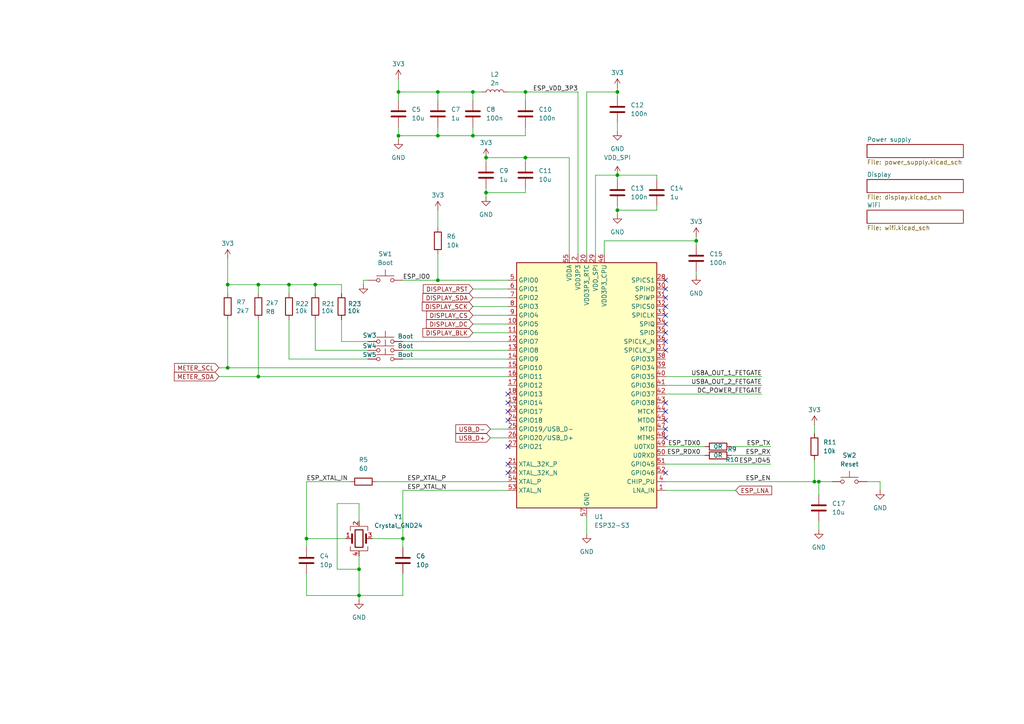
<source format=kicad_sch>
(kicad_sch (version 20231120) (generator "eeschema") (generator_version "8.0")
  (paper "A4")
  (lib_symbols
    (symbol "Device:C" (pin_numbers hide) (pin_names (offset 0.254))
      (property "Reference" "C" (at 0.635 2.54 0))
      (property "Value" "C" (at 0.635 -2.54 0))
      (symbol "C_0_1"
        (polyline (pts (xy -2.032 -0.762) (xy 2.032 -0.762)) (stroke (width 0.508)))
        (polyline (pts (xy -2.032 0.762) (xy 2.032 0.762)) (stroke (width 0.508)))
      )
      (symbol "C_1_1"
        (pin passive line (at 0 3.81 270) (length 2.794) (name "~") (number "1"))
        (pin passive line (at 0 -3.81 90) (length 2.794) (name "~") (number "2"))
      )
    )
    (symbol "Device:Crystal_GND24" (pin_names (offset 1.016) hide)
      (property "Reference" "Y" (at 3.175 5.08 0))
      (property "Value" "Crystal_GND24" (at 3.175 3.175 0))
      (symbol "Crystal_GND24_0_1"
        (rectangle (start -1.143 2.54) (end 1.143 -2.54) (stroke (width 0.3048)))
        (polyline (pts (xy -2.54 0) (xy -2.032 0)))
        (polyline (pts (xy -2.032 -1.27) (xy -2.032 1.27)) (stroke (width 0.508)))
        (polyline (pts (xy 0 -3.81) (xy 0 -3.556)))
        (polyline (pts (xy 0 3.556) (xy 0 3.81)))
        (polyline (pts (xy 2.032 -1.27) (xy 2.032 1.27)) (stroke (width 0.508)))
        (polyline (pts (xy 2.032 0) (xy 2.54 0)))
        (polyline (pts (xy -2.54 -2.286) (xy -2.54 -3.556) (xy 2.54 -3.556) (xy 2.54 -2.286)))
        (polyline (pts (xy -2.54 2.286) (xy -2.54 3.556) (xy 2.54 3.556) (xy 2.54 2.286)))
      )
      (symbol "Crystal_GND24_1_1"
        (pin passive line (at -3.81 0 0) (length 1.27) (name "1") (number "1"))
        (pin passive line (at 0 5.08 270) (length 1.27) (name "2") (number "2"))
        (pin passive line (at 3.81 0 180) (length 1.27) (name "3") (number "3"))
        (pin passive line (at 0 -5.08 90) (length 1.27) (name "4") (number "4"))
      )
    )
    (symbol "Device:L" (pin_numbers hide) (pin_names (offset 1.016) hide)
      (property "Reference" "L" (at -1.27 0 90))
      (property "Value" "L" (at 1.905 0 90))
      (symbol "L_0_1"
        (arc (start 0 -2.54) (mid 0.6323 -1.905) (end 0 -1.27))
        (arc (start 0 -1.27) (mid 0.6323 -0.635) (end 0 0))
        (arc (start 0 0) (mid 0.6323 0.635) (end 0 1.27))
        (arc (start 0 1.27) (mid 0.6323 1.905) (end 0 2.54))
      )
      (symbol "L_1_1"
        (pin passive line (at 0 3.81 270) (length 1.27) (name "1") (number "1"))
        (pin passive line (at 0 -3.81 90) (length 1.27) (name "2") (number "2"))
      )
    )
    (symbol "Device:R" (pin_numbers hide) (pin_names (offset 0))
      (property "Reference" "R" (at 2.032 0 90))
      (property "Value" "R" (at 0 0 90))
      (symbol "R_0_1"
        (rectangle (start -1.016 -2.54) (end 1.016 2.54) (stroke (width 0.254)))
      )
      (symbol "R_1_1"
        (pin passive line (at 0 3.81 270) (length 1.27) (name "~") (number "1"))
        (pin passive line (at 0 -3.81 90) (length 1.27) (name "~") (number "2"))
      )
    )
    (symbol "MCU_Espressif:ESP32-S3"
      (property "Reference" "U" (at 10.16 -38.1 0))
      (property "Value" "ESP32-S3" (at 13.97 -40.64 0))
      (symbol "ESP32-S3_0_1"
        (rectangle (start -20.32 35.56) (end 20.32 -35.56) (stroke (width 0.254)) (fill (type background)))
      )
      (symbol "ESP32-S3_1_0"
        (pin bidirectional line (at 22.86 12.7 180) (length 2.54) (name "SPICLK_N") (number "36"))
        (pin bidirectional line (at 22.86 -10.16 180) (length 2.54) (name "MTDO") (number "45"))
        (pin bidirectional line (at 22.86 -22.86 180) (length 2.54) (name "GPIO45") (number "51"))
        (pin passive line (at -5.08 38.1 270) (length 2.54) hide (name "VDDA") (number "56"))
      )
      (symbol "ESP32-S3_1_1"
        (pin bidirectional line (at 22.86 -30.48 180) (length 2.54) (name "LNA_IN") (number "1"))
        (pin bidirectional line (at -22.86 17.78 0) (length 2.54) (name "GPIO5") (number "10"))
        (pin bidirectional line (at -22.86 15.24 0) (length 2.54) (name "GPIO6") (number "11"))
        (pin bidirectional line (at -22.86 12.7 0) (length 2.54) (name "GPIO7") (number "12"))
        (pin bidirectional line (at -22.86 10.16 0) (length 2.54) (name "GPIO8") (number "13"))
        (pin bidirectional line (at -22.86 7.62 0) (length 2.54) (name "GPIO9") (number "14"))
        (pin bidirectional line (at -22.86 5.08 0) (length 2.54) (name "GPIO10") (number "15"))
        (pin bidirectional line (at -22.86 2.54 0) (length 2.54) (name "GPIO11") (number "16"))
        (pin bidirectional line (at -22.86 0 0) (length 2.54) (name "GPIO12") (number "17"))
        (pin bidirectional line (at -22.86 -2.54 0) (length 2.54) (name "GPIO13") (number "18"))
        (pin bidirectional line (at -22.86 -5.08 0) (length 2.54) (name "GPIO14") (number "19"))
        (pin power_in line (at -2.54 38.1 270) (length 2.54) (name "VDD3P3") (number "2"))
        (pin power_in line (at 0 38.1 270) (length 2.54) (name "VDD3P3_RTC") (number "20"))
        (pin passive line (at -22.86 -22.86 0) (length 2.54) (name "XTAL_32K_P") (number "21"))
        (pin passive line (at -22.86 -25.4 0) (length 2.54) (name "XTAL_32K_N") (number "22"))
        (pin bidirectional line (at -22.86 -7.62 0) (length 2.54) (name "GPIO17") (number "23"))
        (pin bidirectional line (at -22.86 -10.16 0) (length 2.54) (name "GPIO18") (number "24"))
        (pin bidirectional line (at -22.86 -12.7 0) (length 2.54) (name "GPIO19/USB_D-") (number "25"))
        (pin bidirectional line (at -22.86 -15.24 0) (length 2.54) (name "GPIO20/USB_D+") (number "26"))
        (pin bidirectional line (at -22.86 -17.78 0) (length 2.54) (name "GPIO21") (number "27"))
        (pin bidirectional line (at 22.86 30.48 180) (length 2.54) (name "SPICS1") (number "28"))
        (pin power_in line (at 2.54 38.1 270) (length 2.54) (name "VDD_SPI") (number "29"))
        (pin passive line (at -2.54 38.1 270) (length 2.54) hide (name "VDD3P3") (number "3"))
        (pin bidirectional line (at 22.86 27.94 180) (length 2.54) (name "SPIHD") (number "30"))
        (pin bidirectional line (at 22.86 25.4 180) (length 2.54) (name "SPIWP") (number "31"))
        (pin bidirectional line (at 22.86 22.86 180) (length 2.54) (name "SPICS0") (number "32"))
        (pin bidirectional line (at 22.86 20.32 180) (length 2.54) (name "SPICLK") (number "33"))
        (pin bidirectional line (at 22.86 17.78 180) (length 2.54) (name "SPIQ") (number "34"))
        (pin bidirectional line (at 22.86 15.24 180) (length 2.54) (name "SPID") (number "35"))
        (pin bidirectional line (at 22.86 10.16 180) (length 2.54) (name "SPICLK_P") (number "37"))
        (pin bidirectional line (at 22.86 7.62 180) (length 2.54) (name "GPIO33") (number "38"))
        (pin bidirectional line (at 22.86 5.08 180) (length 2.54) (name "GPIO34") (number "39"))
        (pin input line (at 22.86 -27.94 180) (length 2.54) (name "CHIP_PU") (number "4"))
        (pin bidirectional line (at 22.86 2.54 180) (length 2.54) (name "GPIO35") (number "40"))
        (pin bidirectional line (at 22.86 0 180) (length 2.54) (name "GPIO36") (number "41"))
        (pin bidirectional line (at 22.86 -2.54 180) (length 2.54) (name "GPIO37") (number "42"))
        (pin bidirectional line (at 22.86 -5.08 180) (length 2.54) (name "GPIO38") (number "43"))
        (pin bidirectional line (at 22.86 -7.62 180) (length 2.54) (name "MTCK") (number "44"))
        (pin power_in line (at 5.08 38.1 270) (length 2.54) (name "VDD3P3_CPU") (number "46"))
        (pin bidirectional line (at 22.86 -12.7 180) (length 2.54) (name "MTDI") (number "47"))
        (pin bidirectional line (at 22.86 -15.24 180) (length 2.54) (name "MTMS") (number "48"))
        (pin bidirectional line (at 22.86 -17.78 180) (length 2.54) (name "U0TXD") (number "49"))
        (pin bidirectional line (at -22.86 30.48 0) (length 2.54) (name "GPIO0") (number "5"))
        (pin bidirectional line (at 22.86 -20.32 180) (length 2.54) (name "U0RXD") (number "50"))
        (pin bidirectional line (at 22.86 -25.4 180) (length 2.54) (name "GPIO46") (number "52"))
        (pin output line (at -22.86 -30.48 0) (length 2.54) (name "XTAL_N") (number "53"))
        (pin input line (at -22.86 -27.94 0) (length 2.54) (name "XTAL_P") (number "54"))
        (pin power_in line (at -5.08 38.1 270) (length 2.54) (name "VDDA") (number "55"))
        (pin power_in line (at 0 -38.1 90) (length 2.54) (name "GND") (number "57"))
        (pin bidirectional line (at -22.86 27.94 0) (length 2.54) (name "GPIO1") (number "6"))
        (pin bidirectional line (at -22.86 25.4 0) (length 2.54) (name "GPIO2") (number "7"))
        (pin bidirectional line (at -22.86 22.86 0) (length 2.54) (name "GPIO3") (number "8"))
        (pin bidirectional line (at -22.86 20.32 0) (length 2.54) (name "GPIO4") (number "9"))
      )
    )
    (symbol "Switch:SW_Push" (pin_numbers hide) (pin_names (offset 1.016) hide)
      (property "Reference" "SW" (at 1.27 2.54 0))
      (property "Value" "SW_Push" (at 0 -1.524 0))
      (symbol "SW_Push_0_1"
        (circle (center -2.032 0) (radius 0.508))
        (polyline (pts (xy 0 1.27) (xy 0 3.048)))
        (polyline (pts (xy 2.54 1.27) (xy -2.54 1.27)))
        (circle (center 2.032 0) (radius 0.508))
        (pin passive line (at -5.08 0 0) (length 2.54) (name "1") (number "1"))
        (pin passive line (at 5.08 0 180) (length 2.54) (name "2") (number "2"))
      )
    )
    (symbol "power:+3V3" (power) (pin_numbers hide) (pin_names (offset 0) hide)
      (property "Value" "+3V3" (at 0 3.556 0))
      (symbol "+3V3_0_1"
        (polyline (pts (xy -0.762 1.27) (xy 0 2.54)))
        (polyline (pts (xy 0 0) (xy 0 2.54)))
        (polyline (pts (xy 0 2.54) (xy 0.762 1.27)))
      )
      (symbol "+3V3_1_1"
        (pin power_in line (at 0 0 90) (length 0) (name "~") (number "1"))
      )
    )
    (symbol "power:GND" (power) (pin_numbers hide) (pin_names (offset 0) hide)
      (property "Value" "GND" (at 0 -3.81 0))
      (symbol "GND_0_1"
        (polyline (pts (xy 0 0) (xy 0 -1.27) (xy 1.27 -1.27) (xy 0 -2.54) (xy -1.27 -1.27) (xy 0 -1.27)))
      )
      (symbol "GND_1_1"
        (pin power_in line (at 0 0 270) (length 0) (name "~") (number "1"))
      )
    )
    (symbol "power:VCC" (power) (pin_numbers hide) (pin_names (offset 0) hide)
      (property "Value" "VCC" (at 0 3.556 0))
      (symbol "VCC_0_1"
        (polyline (pts (xy -0.762 1.27) (xy 0 2.54)))
        (polyline (pts (xy 0 0) (xy 0 2.54)))
        (polyline (pts (xy 0 2.54) (xy 0.762 1.27)))
      )
      (symbol "VCC_1_1"
        (pin power_in line (at 0 0 90) (length 0) (name "~") (number "1"))
      )
    )
  )
  (junction (at 140.97 55.88))
  (junction (at 236.22 139.7))
  (junction (at 237.49 139.7))
  (junction (at 74.93 109.22))
  (junction (at 115.57 39.37))
  (junction (at 137.16 39.37))
  (junction (at 127 39.37))
  (junction (at 179.07 50.8))
  (junction (at 179.07 26.67))
  (junction (at 152.4 26.67))
  (junction (at 115.57 26.67))
  (junction (at 127 81.28))
  (junction (at 91.44 82.55))
  (junction (at 152.4 45.72))
  (junction (at 74.93 82.55))
  (junction (at 104.14 172.72))
  (junction (at 104.14 165.1))
  (junction (at 83.82 82.55))
  (junction (at 140.97 45.72))
  (junction (at 88.9 156.21))
  (junction (at 127 26.67))
  (junction (at 179.07 60.96))
  (junction (at 116.84 156.21))
  (junction (at 66.04 82.55))
  (junction (at 66.04 106.68))
  (junction (at 201.93 69.85))
  (junction (at 137.16 26.67))
  (no_connect (at 147.32 134.62))
  (no_connect (at 147.32 116.84))
  (no_connect (at 193.04 127))
  (no_connect (at 193.04 124.46))
  (no_connect (at 193.04 137.16))
  (no_connect (at 147.32 114.3))
  (no_connect (at 147.32 137.16))
  (no_connect (at 147.32 129.54))
  (no_connect (at 193.04 86.36))
  (no_connect (at 193.04 88.9))
  (no_connect (at 193.04 81.28))
  (no_connect (at 193.04 119.38))
  (no_connect (at 193.04 99.06))
  (no_connect (at 147.32 119.38))
  (no_connect (at 193.04 91.44))
  (no_connect (at 193.04 93.98))
  (no_connect (at 193.04 116.84))
  (no_connect (at 193.04 101.6))
  (no_connect (at 147.32 121.92))
  (no_connect (at 193.04 96.52))
  (no_connect (at 193.04 83.82))
  (no_connect (at 193.04 121.92))
  (wire (pts (xy 106.68 104.14) (xy 83.82 104.14)))
  (wire (pts (xy 167.64 26.67) (xy 167.64 73.66)))
  (wire (pts (xy 127 36.83) (xy 127 39.37)))
  (wire (pts (xy 237.49 139.7) (xy 241.3 139.7)))
  (wire (pts (xy 165.1 45.72) (xy 152.4 45.72)))
  (wire (pts (xy 105.41 82.55) (xy 105.41 81.28)))
  (wire (pts (xy 88.9 156.21) (xy 88.9 158.75)))
  (wire (pts (xy 116.84 99.06) (xy 147.32 99.06)))
  (wire (pts (xy 127 26.67) (xy 137.16 26.67)))
  (wire (pts (xy 152.4 45.72) (xy 152.4 46.99)))
  (wire (pts (xy 109.22 139.7) (xy 147.32 139.7)))
  (wire (pts (xy 179.07 50.8) (xy 172.72 50.8)))
  (wire (pts (xy 88.9 166.37) (xy 88.9 172.72)))
  (wire (pts (xy 83.82 104.14) (xy 83.82 92.71)))
  (wire (pts (xy 63.5 109.22) (xy 74.93 109.22)))
  (wire (pts (xy 236.22 133.35) (xy 236.22 139.7)))
  (wire (pts (xy 83.82 82.55) (xy 91.44 82.55)))
  (wire (pts (xy 137.16 88.9) (xy 147.32 88.9)))
  (wire (pts (xy 137.16 83.82) (xy 147.32 83.82)))
  (wire (pts (xy 116.84 81.28) (xy 127 81.28)))
  (wire (pts (xy 179.07 25.4) (xy 179.07 26.67)))
  (wire (pts (xy 99.06 99.06) (xy 99.06 92.71)))
  (wire (pts (xy 116.84 104.14) (xy 147.32 104.14)))
  (wire (pts (xy 63.5 106.68) (xy 66.04 106.68)))
  (wire (pts (xy 152.4 39.37) (xy 152.4 36.83)))
  (wire (pts (xy 193.04 111.76) (xy 220.98 111.76)))
  (wire (pts (xy 140.97 54.61) (xy 140.97 55.88)))
  (wire (pts (xy 179.07 35.56) (xy 179.07 38.1)))
  (wire (pts (xy 175.26 69.85) (xy 201.93 69.85)))
  (wire (pts (xy 170.18 26.67) (xy 170.18 73.66)))
  (wire (pts (xy 106.68 101.6) (xy 91.44 101.6)))
  (wire (pts (xy 201.93 69.85) (xy 201.93 71.12)))
  (wire (pts (xy 104.14 161.29) (xy 104.14 165.1)))
  (wire (pts (xy 142.24 124.46) (xy 147.32 124.46)))
  (wire (pts (xy 127 73.66) (xy 127 81.28)))
  (wire (pts (xy 152.4 26.67) (xy 152.4 29.21)))
  (wire (pts (xy 115.57 26.67) (xy 115.57 29.21)))
  (wire (pts (xy 212.09 132.08) (xy 223.52 132.08)))
  (wire (pts (xy 101.6 139.7) (xy 88.9 139.7)))
  (wire (pts (xy 193.04 132.08) (xy 204.47 132.08)))
  (wire (pts (xy 115.57 36.83) (xy 115.57 39.37)))
  (wire (pts (xy 237.49 151.13) (xy 237.49 153.67)))
  (wire (pts (xy 179.07 60.96) (xy 179.07 62.23)))
  (wire (pts (xy 137.16 93.98) (xy 147.32 93.98)))
  (wire (pts (xy 193.04 134.62) (xy 223.52 134.62)))
  (wire (pts (xy 255.27 142.24) (xy 255.27 139.7)))
  (wire (pts (xy 137.16 91.44) (xy 147.32 91.44)))
  (wire (pts (xy 91.44 101.6) (xy 91.44 92.71)))
  (wire (pts (xy 104.14 151.13) (xy 104.14 146.05)))
  (wire (pts (xy 91.44 82.55) (xy 99.06 82.55)))
  (wire (pts (xy 107.95 156.21) (xy 116.84 156.21)))
  (wire (pts (xy 97.79 165.1) (xy 104.14 165.1)))
  (wire (pts (xy 179.07 60.96) (xy 190.5 60.96)))
  (wire (pts (xy 201.93 78.74) (xy 201.93 80.01)))
  (wire (pts (xy 212.09 129.54) (xy 223.52 129.54)))
  (wire (pts (xy 97.79 146.05) (xy 97.79 165.1)))
  (wire (pts (xy 237.49 139.7) (xy 237.49 143.51)))
  (wire (pts (xy 152.4 26.67) (xy 167.64 26.67)))
  (wire (pts (xy 193.04 114.3) (xy 220.98 114.3)))
  (wire (pts (xy 140.97 55.88) (xy 152.4 55.88)))
  (wire (pts (xy 88.9 139.7) (xy 88.9 156.21)))
  (wire (pts (xy 179.07 50.8) (xy 179.07 52.07)))
  (wire (pts (xy 193.04 139.7) (xy 236.22 139.7)))
  (wire (pts (xy 127 60.96) (xy 127 66.04)))
  (wire (pts (xy 104.14 165.1) (xy 104.14 172.72)))
  (wire (pts (xy 179.07 50.8) (xy 190.5 50.8)))
  (wire (pts (xy 104.14 172.72) (xy 116.84 172.72)))
  (wire (pts (xy 116.84 156.21) (xy 116.84 158.75)))
  (wire (pts (xy 152.4 55.88) (xy 152.4 54.61)))
  (wire (pts (xy 66.04 85.09) (xy 66.04 82.55)))
  (wire (pts (xy 104.14 146.05) (xy 97.79 146.05)))
  (wire (pts (xy 74.93 92.71) (xy 74.93 109.22)))
  (wire (pts (xy 99.06 82.55) (xy 99.06 85.09)))
  (wire (pts (xy 115.57 39.37) (xy 127 39.37)))
  (wire (pts (xy 137.16 39.37) (xy 137.16 36.83)))
  (wire (pts (xy 236.22 139.7) (xy 237.49 139.7)))
  (wire (pts (xy 137.16 26.67) (xy 137.16 29.21)))
  (wire (pts (xy 236.22 123.19) (xy 236.22 125.73)))
  (wire (pts (xy 179.07 59.69) (xy 179.07 60.96)))
  (wire (pts (xy 137.16 26.67) (xy 139.7 26.67)))
  (wire (pts (xy 172.72 50.8) (xy 172.72 73.66)))
  (wire (pts (xy 140.97 55.88) (xy 140.97 57.15)))
  (wire (pts (xy 116.84 101.6) (xy 147.32 101.6)))
  (wire (pts (xy 137.16 86.36) (xy 147.32 86.36)))
  (wire (pts (xy 137.16 96.52) (xy 147.32 96.52)))
  (wire (pts (xy 116.84 142.24) (xy 116.84 156.21)))
  (wire (pts (xy 175.26 73.66) (xy 175.26 69.85)))
  (wire (pts (xy 193.04 142.24) (xy 213.36 142.24)))
  (wire (pts (xy 83.82 82.55) (xy 83.82 85.09)))
  (wire (pts (xy 193.04 129.54) (xy 204.47 129.54)))
  (wire (pts (xy 66.04 74.93) (xy 66.04 82.55)))
  (wire (pts (xy 115.57 26.67) (xy 127 26.67)))
  (wire (pts (xy 104.14 172.72) (xy 104.14 173.99)))
  (wire (pts (xy 127 26.67) (xy 127 29.21)))
  (wire (pts (xy 255.27 139.7) (xy 251.46 139.7)))
  (wire (pts (xy 170.18 26.67) (xy 179.07 26.67)))
  (wire (pts (xy 140.97 45.72) (xy 140.97 46.99)))
  (wire (pts (xy 142.24 127) (xy 147.32 127)))
  (wire (pts (xy 66.04 92.71) (xy 66.04 106.68)))
  (wire (pts (xy 165.1 73.66) (xy 165.1 45.72)))
  (wire (pts (xy 127 39.37) (xy 137.16 39.37)))
  (wire (pts (xy 115.57 39.37) (xy 115.57 40.64)))
  (wire (pts (xy 201.93 68.58) (xy 201.93 69.85)))
  (wire (pts (xy 140.97 45.72) (xy 152.4 45.72)))
  (wire (pts (xy 127 81.28) (xy 147.32 81.28)))
  (wire (pts (xy 190.5 60.96) (xy 190.5 59.69)))
  (wire (pts (xy 88.9 172.72) (xy 104.14 172.72)))
  (wire (pts (xy 106.68 99.06) (xy 99.06 99.06)))
  (wire (pts (xy 170.18 149.86) (xy 170.18 154.94)))
  (wire (pts (xy 74.93 109.22) (xy 147.32 109.22)))
  (wire (pts (xy 190.5 50.8) (xy 190.5 52.07)))
  (wire (pts (xy 66.04 106.68) (xy 147.32 106.68)))
  (wire (pts (xy 74.93 82.55) (xy 83.82 82.55)))
  (wire (pts (xy 115.57 22.86) (xy 115.57 26.67)))
  (wire (pts (xy 147.32 26.67) (xy 152.4 26.67)))
  (wire (pts (xy 179.07 26.67) (xy 179.07 27.94)))
  (wire (pts (xy 147.32 142.24) (xy 116.84 142.24)))
  (wire (pts (xy 74.93 82.55) (xy 74.93 85.09)))
  (wire (pts (xy 105.41 81.28) (xy 106.68 81.28)))
  (wire (pts (xy 137.16 39.37) (xy 152.4 39.37)))
  (wire (pts (xy 91.44 82.55) (xy 91.44 85.09)))
  (wire (pts (xy 88.9 156.21) (xy 100.33 156.21)))
  (wire (pts (xy 116.84 172.72) (xy 116.84 166.37)))
  (wire (pts (xy 66.04 82.55) (xy 74.93 82.55)))
  (wire (pts (xy 193.04 109.22) (xy 220.98 109.22)))
  (label "ESP_IO0" (at 116.84 81.28 0))
  (label "ESP_IO45" (at 223.52 134.62 180))
  (label "ESP_XTAL_N" (at 118.11 142.24 0))
  (label "ESP_RDX0" (at 203.2 132.08 180))
  (label "ESP_TX" (at 223.52 129.54 180))
  (label "ESP_RX" (at 223.52 132.08 180))
  (label "ESP_XTAL_IN" (at 88.9 139.7 0))
  (label "ESP_XTAL_P" (at 118.11 139.7 0))
  (label "ESP_EN" (at 223.52 139.7 180))
  (label "ESP_TDX0" (at 203.2 129.54 180))
  (label "USBA_OUT_1_FETGATE" (at 220.98 109.22 180))
  (label "USBA_OUT_2_FETGATE" (at 220.98 111.76 180))
  (label "DC_POWER_FETGATE" (at 220.98 114.3 180))
  (label "ESP_VDD_3P3" (at 167.64 26.67 180))
  (global_label "METER_SCL" (shape input) (at 63.5 106.68 180) (property "Intersheetrefs" "${INTERSHEET_REFS}" (effects (hide yes))))
  (global_label "ESP_LNA" (shape input) (at 213.36 142.24 0) (property "Intersheetrefs" "${INTERSHEET_REFS}" (effects (hide yes))))
  (global_label "USB_D+" (shape input) (at 142.24 127 180) (property "Intersheetrefs" "${INTERSHEET_REFS}" (effects (hide yes))))
  (global_label "DISPLAY_DC" (shape input) (at 137.16 93.98 180) (property "Intersheetrefs" "${INTERSHEET_REFS}" (effects (hide yes))))
  (global_label "DISPLAY_BLK" (shape input) (at 137.16 96.52 180) (property "Intersheetrefs" "${INTERSHEET_REFS}" (effects (hide yes))))
  (global_label "DISPLAY_SDA" (shape input) (at 137.16 86.36 180) (property "Intersheetrefs" "${INTERSHEET_REFS}" (effects (hide yes))))
  (global_label "DISPLAY_CS" (shape input) (at 137.16 91.44 180) (property "Intersheetrefs" "${INTERSHEET_REFS}" (effects (hide yes))))
  (global_label "DISPLAY_SCK" (shape input) (at 137.16 88.9 180) (property "Intersheetrefs" "${INTERSHEET_REFS}" (effects (hide yes))))
  (global_label "METER_SDA" (shape input) (at 63.5 109.22 180) (property "Intersheetrefs" "${INTERSHEET_REFS}" (effects (hide yes))))
  (global_label "DISPLAY_RST" (shape input) (at 137.16 83.82 180) (property "Intersheetrefs" "${INTERSHEET_REFS}" (effects (hide yes))))
  (global_label "USB_D-" (shape input) (at 142.24 124.46 180) (property "Intersheetrefs" "${INTERSHEET_REFS}" (effects (hide yes))))
  (symbol (lib_id "Device:C") (at 152.4 33.02 0) (unit 1)
    (property "Reference" "C10" (at 156.21 31.7499 0) (effects (justify left)))
    (property "Value" "100n" (at 156.21 34.2899 0) (effects (justify left)))
    (property "Footprint" "Capacitor_SMD:C_0603_1608Metric" (effects (hide yes)))
    (property "Description" "Unpolarized capacitor" (effects (hide yes)))
  )
  (symbol (lib_id "Device:R") (at 208.28 132.08 270) (unit 1)
    (property "Reference" "R10" (at 212.344 133.35 90))
    (property "Value" "0R" (at 208.28 132.08 90))
    (property "Footprint" "Resistor_SMD:R_0603_1608Metric" (effects (hide yes)))
    (property "Description" "Resistor" (effects (hide yes)))
  )
  (symbol (lib_id "Device:C") (at 179.07 55.88 0) (unit 1)
    (property "Reference" "C13" (at 182.88 54.6099 0) (effects (justify left)))
    (property "Value" "100n" (at 182.88 57.1499 0) (effects (justify left)))
    (property "Footprint" "Capacitor_SMD:C_0603_1608Metric" (effects (hide yes)))
    (property "Description" "Unpolarized capacitor" (effects (hide yes)))
  )
  (symbol (lib_id "Device:L") (at 143.51 26.67 90) (unit 1)
    (property "Reference" "L2" (at 143.51 21.59 90))
    (property "Value" "2n" (at 143.51 24.13 90))
    (property "Footprint" "Inductor_SMD:L_0603_1608Metric" (effects (hide yes)))
    (property "Description" "Inductor" (effects (hide yes)))
  )
  (symbol (lib_id "power:+3V3") (at 179.07 50.8 0) (unit 1)
    (property "Reference" "#PWR027" (effects (hide yes)))
    (property "Value" "VDD_SPI" (at 179.07 45.72 0))
    (property "Description" "Power symbol creates a global label with name \"+3V3\"" (effects (hide yes)))
  )
  (symbol (lib_id "power:GND") (at 115.57 40.64 0) (unit 1)
    (property "Reference" "#PWR020" (effects (hide yes)))
    (property "Value" "GND" (at 115.57 45.72 0))
    (property "Description" "Power symbol creates a global label with name \"GND\" , ground" (effects (hide yes)))
  )
  (symbol (lib_id "Device:C") (at 152.4 50.8 0) (unit 1)
    (property "Reference" "C11" (at 156.21 49.5299 0) (effects (justify left)))
    (property "Value" "10u" (at 156.21 52.0699 0) (effects (justify left)))
    (property "Footprint" "Capacitor_SMD:C_0603_1608Metric" (effects (hide yes)))
    (property "Description" "Unpolarized capacitor" (effects (hide yes)))
  )
  (symbol (lib_id "Device:R") (at 83.82 88.9 0) (unit 1)
    (property "Reference" "R22" (at 87.63 88.138 0))
    (property "Value" "10k" (at 87.376 90.17 0))
    (property "Footprint" "Resistor_SMD:R_0603_1608Metric" (effects (hide yes)))
    (property "Description" "Resistor" (effects (hide yes)))
  )
  (symbol (lib_id "power:GND") (at 179.07 38.1 0) (unit 1)
    (property "Reference" "#PWR026" (effects (hide yes)))
    (property "Value" "GND" (at 179.07 43.18 0))
    (property "Description" "Power symbol creates a global label with name \"GND\" , ground" (effects (hide yes)))
  )
  (symbol (lib_id "power:VCC") (at 115.57 22.86 0) (unit 1)
    (property "Reference" "#PWR019" (effects (hide yes)))
    (property "Value" "3V3" (at 115.57 18.542 0))
    (property "Description" "Power symbol creates a global label with name \"VCC\"" (effects (hide yes)))
  )
  (symbol (lib_id "power:VCC") (at 140.97 45.72 0) (unit 1)
    (property "Reference" "#PWR022" (effects (hide yes)))
    (property "Value" "3V3" (at 140.97 41.402 0))
    (property "Description" "Power symbol creates a global label with name \"VCC\"" (effects (hide yes)))
  )
  (symbol (lib_id "power:GND") (at 255.27 142.24 0) (unit 1)
    (property "Reference" "#PWR034" (effects (hide yes)))
    (property "Value" "GND" (at 255.27 147.32 0))
    (property "Description" "Power symbol creates a global label with name \"GND\" , ground" (effects (hide yes)))
  )
  (symbol (lib_id "power:VCC") (at 236.22 123.19 0) (unit 1)
    (property "Reference" "#PWR032" (effects (hide yes)))
    (property "Value" "3V3" (at 236.22 118.872 0))
    (property "Description" "Power symbol creates a global label with name \"VCC\"" (effects (hide yes)))
  )
  (symbol (lib_id "Device:C") (at 116.84 162.56 0) (unit 1)
    (property "Reference" "C6" (at 120.65 161.2899 0) (effects (justify left)))
    (property "Value" "10p" (at 120.65 163.8299 0) (effects (justify left)))
    (property "Footprint" "Capacitor_SMD:C_0603_1608Metric" (effects (hide yes)))
    (property "Description" "Unpolarized capacitor" (effects (hide yes)))
  )
  (symbol (lib_id "Device:C") (at 201.93 74.93 0) (unit 1)
    (property "Reference" "C15" (at 205.74 73.6599 0) (effects (justify left)))
    (property "Value" "100n" (at 205.74 76.1999 0) (effects (justify left)))
    (property "Footprint" "Capacitor_SMD:C_0603_1608Metric" (effects (hide yes)))
    (property "Description" "Unpolarized capacitor" (effects (hide yes)))
  )
  (symbol (lib_id "power:VCC") (at 201.93 68.58 0) (unit 1)
    (property "Reference" "#PWR029" (effects (hide yes)))
    (property "Value" "3V3" (at 201.93 64.262 0))
    (property "Description" "Power symbol creates a global label with name \"VCC\"" (effects (hide yes)))
  )
  (symbol (lib_id "power:GND") (at 104.14 173.99 0) (mirror y) (unit 1)
    (property "Reference" "#PWR018" (effects (hide yes)))
    (property "Value" "GND" (at 104.14 179.07 0))
    (property "Description" "Power symbol creates a global label with name \"GND\" , ground" (effects (hide yes)))
  )
  (symbol (lib_id "power:GND") (at 105.41 82.55 0) (unit 1)
    (property "Reference" "#PWR017" (effects (hide yes)))
    (property "Value" "GND" (effects (hide yes)))
    (property "Description" "Power symbol creates a global label with name \"GND\" , ground" (effects (hide yes)))
  )
  (symbol (lib_id "power:GND") (at 140.97 57.15 0) (unit 1)
    (property "Reference" "#PWR023" (effects (hide yes)))
    (property "Value" "GND" (at 140.97 62.23 0))
    (property "Description" "Power symbol creates a global label with name \"GND\" , ground" (effects (hide yes)))
  )
  (symbol (lib_id "power:GND") (at 201.93 80.01 0) (unit 1)
    (property "Reference" "#PWR030" (effects (hide yes)))
    (property "Value" "GND" (at 201.93 85.09 0))
    (property "Description" "Power symbol creates a global label with name \"GND\" , ground" (effects (hide yes)))
  )
  (symbol (lib_id "Switch:SW_Push") (at 111.76 81.28 0) (unit 1)
    (property "Reference" "SW1" (at 111.76 73.66 0))
    (property "Value" "Boot" (at 111.76 76.2 0))
    (property "Footprint" "Button_Switch_SMD:SW_SPST_B3U-1000P" (effects (hide yes)))
    (property "Description" "Push button switch, generic, two pins" (effects (hide yes)))
  )
  (symbol (lib_id "Switch:SW_Push") (at 111.76 101.6 0) (unit 1)
    (property "Reference" "SW4" (at 107.188 100.33 0))
    (property "Value" "Boot" (at 117.602 100.33 0))
    (property "Footprint" "Button_Switch_SMD:SW_SPST_PTS647_Sx50" (effects (hide yes)))
    (property "Description" "Push button switch, generic, two pins" (effects (hide yes)))
  )
  (symbol (lib_id "Device:Crystal_GND24") (at 104.14 156.21 0) (unit 1)
    (property "Reference" "Y1" (at 115.57 149.8914 0))
    (property "Value" "Crystal_GND24" (at 115.57 152.4314 0))
    (property "Footprint" "Library:OSC_XRCGB40M000F4M00R0" (effects (hide yes)))
    (property "Description" "Four pin crystal, GND on pins 2 and 4" (effects (hide yes)))
  )
  (symbol (lib_id "Switch:SW_Push") (at 111.76 99.06 0) (unit 1)
    (property "Reference" "SW3" (at 107.188 97.282 0))
    (property "Value" "Boot" (at 117.602 97.536 0))
    (property "Footprint" "Button_Switch_SMD:SW_SPST_PTS647_Sx50" (effects (hide yes)))
    (property "Description" "Push button switch, generic, two pins" (effects (hide yes)))
  )
  (symbol (lib_id "Device:C") (at 140.97 50.8 0) (unit 1)
    (property "Reference" "C9" (at 144.78 49.5299 0) (effects (justify left)))
    (property "Value" "1u" (at 144.78 52.0699 0) (effects (justify left)))
    (property "Footprint" "Capacitor_SMD:C_0603_1608Metric" (effects (hide yes)))
    (property "Description" "Unpolarized capacitor" (effects (hide yes)))
  )
  (symbol (lib_id "Switch:SW_Push") (at 111.76 104.14 0) (unit 1)
    (property "Reference" "SW5" (at 107.188 102.87 0))
    (property "Value" "Boot" (at 117.602 102.87 0))
    (property "Footprint" "Button_Switch_SMD:SW_SPST_PTS647_Sx50" (effects (hide yes)))
    (property "Description" "Push button switch, generic, two pins" (effects (hide yes)))
  )
  (symbol (lib_id "Device:R") (at 91.44 88.9 0) (unit 1)
    (property "Reference" "R21" (at 95.25 88.138 0))
    (property "Value" "10k" (at 94.996 90.17 0))
    (property "Footprint" "Resistor_SMD:R_0603_1608Metric" (effects (hide yes)))
    (property "Description" "Resistor" (effects (hide yes)))
  )
  (symbol (lib_id "power:VCC") (at 179.07 25.4 0) (unit 1)
    (property "Reference" "#PWR025" (effects (hide yes)))
    (property "Value" "3V3" (at 179.07 21.082 0))
    (property "Description" "Power symbol creates a global label with name \"VCC\"" (effects (hide yes)))
  )
  (symbol (lib_id "Device:R") (at 99.06 88.9 0) (unit 1)
    (property "Reference" "R23" (at 102.87 88.138 0))
    (property "Value" "10k" (at 102.616 90.17 0))
    (property "Footprint" "Resistor_SMD:R_0603_1608Metric" (effects (hide yes)))
    (property "Description" "Resistor" (effects (hide yes)))
  )
  (symbol (lib_id "power:GND") (at 170.18 154.94 0) (unit 1)
    (property "Reference" "#PWR024" (effects (hide yes)))
    (property "Value" "GND" (at 170.18 160.02 0))
    (property "Description" "Power symbol creates a global label with name \"GND\" , ground" (effects (hide yes)))
  )
  (symbol (lib_id "Device:C") (at 190.5 55.88 0) (unit 1)
    (property "Reference" "C14" (at 194.31 54.6099 0) (effects (justify left)))
    (property "Value" "1u" (at 194.31 57.1499 0) (effects (justify left)))
    (property "Footprint" "Capacitor_SMD:C_0603_1608Metric" (effects (hide yes)))
    (property "Description" "Unpolarized capacitor" (effects (hide yes)))
  )
  (symbol (lib_id "power:VCC") (at 127 60.96 0) (unit 1)
    (property "Reference" "#PWR021" (effects (hide yes)))
    (property "Value" "3V3" (at 127 56.642 0))
    (property "Description" "Power symbol creates a global label with name \"VCC\"" (effects (hide yes)))
  )
  (symbol (lib_id "Device:C") (at 179.07 31.75 0) (unit 1)
    (property "Reference" "C12" (at 182.88 30.4799 0) (effects (justify left)))
    (property "Value" "100n" (at 182.88 33.0199 0) (effects (justify left)))
    (property "Footprint" "Capacitor_SMD:C_0603_1608Metric" (effects (hide yes)))
    (property "Description" "Unpolarized capacitor" (effects (hide yes)))
  )
  (symbol (lib_id "power:VCC") (at 66.04 74.93 0) (unit 1)
    (property "Reference" "#PWR031" (effects (hide yes)))
    (property "Value" "3V3" (at 66.04 70.612 0))
    (property "Description" "Power symbol creates a global label with name \"VCC\"" (effects (hide yes)))
  )
  (symbol (lib_id "Device:R") (at 127 69.85 180) (unit 1)
    (property "Reference" "R6" (at 129.54 68.5799 0) (effects (justify right)))
    (property "Value" "10k" (at 129.54 71.1199 0) (effects (justify right)))
    (property "Footprint" "Resistor_SMD:R_0603_1608Metric" (effects (hide yes)))
    (property "Description" "Resistor" (effects (hide yes)))
  )
  (symbol (lib_id "Device:R") (at 105.41 139.7 270) (unit 1)
    (property "Reference" "R5" (at 105.41 133.35 90))
    (property "Value" "60" (at 105.41 135.89 90))
    (property "Footprint" "Resistor_SMD:R_0603_1608Metric" (effects (hide yes)))
    (property "Description" "Resistor" (effects (hide yes)))
  )
  (symbol (lib_id "Device:C") (at 127 33.02 0) (unit 1)
    (property "Reference" "C7" (at 130.81 31.7499 0) (effects (justify left)))
    (property "Value" "1u" (at 130.81 34.2899 0) (effects (justify left)))
    (property "Footprint" "Capacitor_SMD:C_0603_1608Metric" (effects (hide yes)))
    (property "Description" "Unpolarized capacitor" (effects (hide yes)))
  )
  (symbol (lib_id "power:GND") (at 237.49 153.67 0) (unit 1)
    (property "Reference" "#PWR033" (effects (hide yes)))
    (property "Value" "GND" (at 237.49 158.75 0))
    (property "Description" "Power symbol creates a global label with name \"GND\" , ground" (effects (hide yes)))
  )
  (symbol (lib_id "Device:R") (at 236.22 129.54 180) (unit 1)
    (property "Reference" "R11" (at 238.76 128.2699 0) (effects (justify right)))
    (property "Value" "10k" (at 238.76 130.8099 0) (effects (justify right)))
    (property "Footprint" "Resistor_SMD:R_0603_1608Metric" (effects (hide yes)))
    (property "Description" "Resistor" (effects (hide yes)))
  )
  (symbol (lib_id "Device:R") (at 74.93 88.9 0) (unit 1)
    (property "Reference" "R8" (at 79.756 90.424 0) (effects (justify right)))
    (property "Value" "2k7" (at 80.772 87.884 0) (effects (justify right)))
    (property "Footprint" "Resistor_SMD:R_0603_1608Metric" (effects (hide yes)))
    (property "Description" "Resistor" (effects (hide yes)))
  )
  (symbol (lib_id "Device:R") (at 66.04 88.9 180) (unit 1)
    (property "Reference" "R7" (at 68.58 87.6299 0) (effects (justify right)))
    (property "Value" "2k7" (at 68.58 90.1699 0) (effects (justify right)))
    (property "Footprint" "Resistor_SMD:R_0603_1608Metric" (effects (hide yes)))
    (property "Description" "Resistor" (effects (hide yes)))
  )
  (symbol (lib_id "Device:C") (at 115.57 33.02 0) (unit 1)
    (property "Reference" "C5" (at 119.38 31.7499 0) (effects (justify left)))
    (property "Value" "10u" (at 119.38 34.2899 0) (effects (justify left)))
    (property "Footprint" "Capacitor_SMD:C_0603_1608Metric" (effects (hide yes)))
    (property "Description" "Unpolarized capacitor" (effects (hide yes)))
  )
  (symbol (lib_id "Device:C") (at 88.9 162.56 0) (unit 1)
    (property "Reference" "C4" (at 92.71 161.2899 0) (effects (justify left)))
    (property "Value" "10p" (at 92.71 163.8299 0) (effects (justify left)))
    (property "Footprint" "Capacitor_SMD:C_0603_1608Metric" (effects (hide yes)))
    (property "Description" "Unpolarized capacitor" (effects (hide yes)))
  )
  (symbol (lib_id "MCU_Espressif:ESP32-S3") (at 170.18 111.76 0) (unit 1)
    (property "Reference" "U1" (at 172.3741 149.86 0) (effects (justify left)))
    (property "Value" "ESP32-S3" (at 172.3741 152.4 0) (effects (justify left)))
    (property "Footprint" "Package_DFN_QFN:QFN-56-1EP_7x7mm_P0.4mm_EP4x4mm" (effects (hide yes)))
    (property "Datasheet" "https://www.espressif.com/sites/default/files/documentation/esp32-s3_datasheet_en.pdf" (effects (hide yes)))
    (property "Description" "Microcontroller, Wi-Fi 802.11b/g/n, Bluetooth, 32bit" (effects (hide yes)))
  )
  (symbol (lib_id "Switch:SW_Push") (at 246.38 139.7 0) (unit 1)
    (property "Reference" "SW2" (at 246.38 132.08 0))
    (property "Value" "Reset" (at 246.38 134.62 0))
    (property "Footprint" "Button_Switch_SMD:SW_SPST_B3U-1000P" (effects (hide yes)))
    (property "Description" "Push button switch, generic, two pins" (effects (hide yes)))
  )
  (symbol (lib_id "Device:R") (at 208.28 129.54 270) (unit 1)
    (property "Reference" "R9" (at 212.344 130.302 90))
    (property "Value" "0R" (at 208.28 129.54 90))
    (property "Footprint" "Resistor_SMD:R_0603_1608Metric" (effects (hide yes)))
    (property "Description" "Resistor" (effects (hide yes)))
  )
  (symbol (lib_id "Device:C") (at 237.49 147.32 0) (unit 1)
    (property "Reference" "C17" (at 241.3 146.0499 0) (effects (justify left)))
    (property "Value" "10u" (at 241.3 148.5899 0) (effects (justify left)))
    (property "Footprint" "Capacitor_SMD:C_0603_1608Metric" (effects (hide yes)))
    (property "Description" "Unpolarized capacitor" (effects (hide yes)))
  )
  (symbol (lib_id "Device:C") (at 137.16 33.02 0) (unit 1)
    (property "Reference" "C8" (at 140.97 31.7499 0) (effects (justify left)))
    (property "Value" "100n" (at 140.97 34.2899 0) (effects (justify left)))
    (property "Footprint" "Capacitor_SMD:C_0603_1608Metric" (effects (hide yes)))
    (property "Description" "Unpolarized capacitor" (effects (hide yes)))
  )
  (symbol (lib_id "power:GND") (at 179.07 62.23 0) (unit 1)
    (property "Reference" "#PWR028" (effects (hide yes)))
    (property "Value" "GND" (at 179.07 67.31 0))
    (property "Description" "Power symbol creates a global label with name \"GND\" , ground" (effects (hide yes)))
  )
  (sheet (at 251.46 41.91) (size 27.94 3.81) (stroke (width 0.1524))
    (property "Sheetname" "Power supply" (at 251.46 41.1984 0) (effects (justify left bottom)))
    (property "Sheetfile" "power_supply.kicad_sch" (at 251.46 46.3046 0) (effects (justify left top)))
  )
  (sheet (at 251.46 60.96) (size 27.94 3.81) (stroke (width 0.1524))
    (property "Sheetname" "WiFi" (at 251.46 60.2484 0) (effects (justify left bottom)))
    (property "Sheetfile" "wifi.kicad_sch" (at 251.46 65.3546 0) (effects (justify left top)))
  )
  (sheet (at 251.46 52.07) (size 27.94 3.81) (stroke (width 0.1524))
    (property "Sheetname" "Display" (at 251.46 51.3584 0) (effects (justify left bottom)))
    (property "Sheetfile" "display.kicad_sch" (at 251.46 56.4646 0) (effects (justify left top)))
  )
)
</source>
